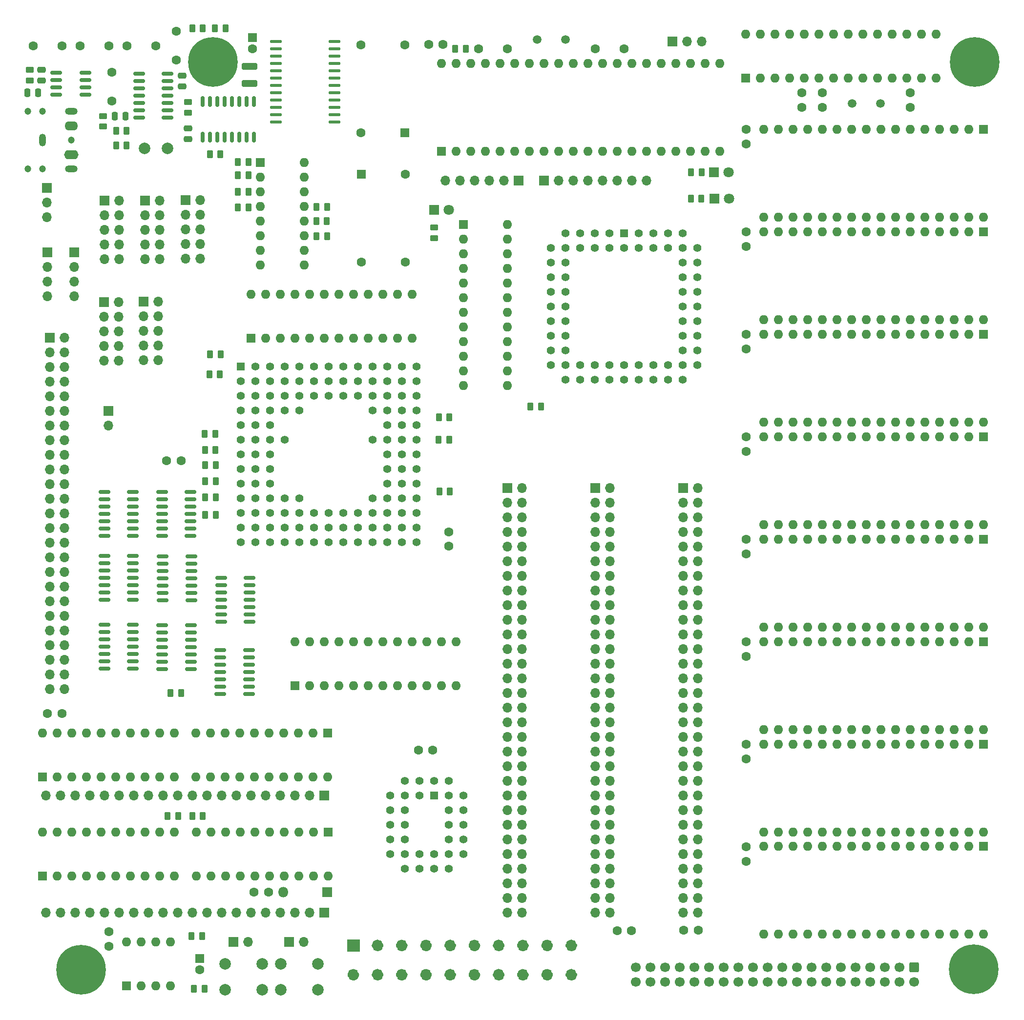
<source format=gts>
%TF.GenerationSoftware,KiCad,Pcbnew,7.0.10*%
%TF.CreationDate,2024-02-19T01:25:05+02:00*%
%TF.ProjectId,jox030,6a6f7830-3330-42e6-9b69-6361645f7063,rev?*%
%TF.SameCoordinates,Original*%
%TF.FileFunction,Soldermask,Top*%
%TF.FilePolarity,Negative*%
%FSLAX46Y46*%
G04 Gerber Fmt 4.6, Leading zero omitted, Abs format (unit mm)*
G04 Created by KiCad (PCBNEW 7.0.10) date 2024-02-19 01:25:05*
%MOMM*%
%LPD*%
G01*
G04 APERTURE LIST*
G04 Aperture macros list*
%AMRoundRect*
0 Rectangle with rounded corners*
0 $1 Rounding radius*
0 $2 $3 $4 $5 $6 $7 $8 $9 X,Y pos of 4 corners*
0 Add a 4 corners polygon primitive as box body*
4,1,4,$2,$3,$4,$5,$6,$7,$8,$9,$2,$3,0*
0 Add four circle primitives for the rounded corners*
1,1,$1+$1,$2,$3*
1,1,$1+$1,$4,$5*
1,1,$1+$1,$6,$7*
1,1,$1+$1,$8,$9*
0 Add four rect primitives between the rounded corners*
20,1,$1+$1,$2,$3,$4,$5,0*
20,1,$1+$1,$4,$5,$6,$7,0*
20,1,$1+$1,$6,$7,$8,$9,0*
20,1,$1+$1,$8,$9,$2,$3,0*%
G04 Aperture macros list end*
%ADD10C,1.026200*%
%ADD11C,0.010000*%
%ADD12R,1.700000X1.700000*%
%ADD13O,1.700000X1.700000*%
%ADD14RoundRect,0.250000X0.450000X-0.262500X0.450000X0.262500X-0.450000X0.262500X-0.450000X-0.262500X0*%
%ADD15R,1.800000X1.800000*%
%ADD16C,1.800000*%
%ADD17O,1.800000X1.800000*%
%ADD18C,1.600000*%
%ADD19R,1.422400X1.422400*%
%ADD20C,1.422400*%
%ADD21R,1.600000X1.600000*%
%ADD22O,1.600000X1.600000*%
%ADD23RoundRect,0.250000X0.262500X0.450000X-0.262500X0.450000X-0.262500X-0.450000X0.262500X-0.450000X0*%
%ADD24RoundRect,0.250000X0.475000X-0.250000X0.475000X0.250000X-0.475000X0.250000X-0.475000X-0.250000X0*%
%ADD25RoundRect,0.250000X-0.262500X-0.450000X0.262500X-0.450000X0.262500X0.450000X-0.262500X0.450000X0*%
%ADD26RoundRect,0.250000X0.250000X0.475000X-0.250000X0.475000X-0.250000X-0.475000X0.250000X-0.475000X0*%
%ADD27RoundRect,0.150000X0.825000X0.150000X-0.825000X0.150000X-0.825000X-0.150000X0.825000X-0.150000X0*%
%ADD28C,0.900000*%
%ADD29C,8.600000*%
%ADD30R,1.397000X1.397000*%
%ADD31C,1.397000*%
%ADD32RoundRect,0.250000X-1.100000X0.325000X-1.100000X-0.325000X1.100000X-0.325000X1.100000X0.325000X0*%
%ADD33C,1.500000*%
%ADD34RoundRect,0.150000X-0.825000X-0.150000X0.825000X-0.150000X0.825000X0.150000X-0.825000X0.150000X0*%
%ADD35C,1.200000*%
%ADD36O,2.200000X1.200000*%
%ADD37O,2.300000X1.600000*%
%ADD38O,1.200000X2.200000*%
%ADD39O,2.500000X1.600000*%
%ADD40RoundRect,0.162500X-0.825000X-0.162500X0.825000X-0.162500X0.825000X0.162500X-0.825000X0.162500X0*%
%ADD41RoundRect,0.250000X-0.450000X0.262500X-0.450000X-0.262500X0.450000X-0.262500X0.450000X0.262500X0*%
%ADD42C,2.000000*%
%ADD43RoundRect,0.250000X-0.475000X0.250000X-0.475000X-0.250000X0.475000X-0.250000X0.475000X0.250000X0*%
%ADD44RoundRect,0.137500X0.862500X0.137500X-0.862500X0.137500X-0.862500X-0.137500X0.862500X-0.137500X0*%
%ADD45RoundRect,0.162500X-0.162500X0.750000X-0.162500X-0.750000X0.162500X-0.750000X0.162500X0.750000X0*%
%ADD46RoundRect,0.250000X-0.600000X0.600000X-0.600000X-0.600000X0.600000X-0.600000X0.600000X0.600000X0*%
%ADD47C,1.700000*%
G04 APERTURE END LIST*
D10*
%TO.C,J10*%
X72858100Y-178435000D02*
G75*
G03*
X71831900Y-178435000I-513100J0D01*
G01*
X71831900Y-178435000D02*
G75*
G03*
X72858100Y-178435000I513100J0D01*
G01*
X77058100Y-173355000D02*
G75*
G03*
X76031900Y-173355000I-513100J0D01*
G01*
X76031900Y-173355000D02*
G75*
G03*
X77058100Y-173355000I513100J0D01*
G01*
X77058100Y-178435000D02*
G75*
G03*
X76031900Y-178435000I-513100J0D01*
G01*
X76031900Y-178435000D02*
G75*
G03*
X77058100Y-178435000I513100J0D01*
G01*
X81258100Y-173355000D02*
G75*
G03*
X80231900Y-173355000I-513100J0D01*
G01*
X80231900Y-173355000D02*
G75*
G03*
X81258100Y-173355000I513100J0D01*
G01*
X81258100Y-178435000D02*
G75*
G03*
X80231900Y-178435000I-513100J0D01*
G01*
X80231900Y-178435000D02*
G75*
G03*
X81258100Y-178435000I513100J0D01*
G01*
X85458100Y-173355000D02*
G75*
G03*
X84431900Y-173355000I-513100J0D01*
G01*
X84431900Y-173355000D02*
G75*
G03*
X85458100Y-173355000I513100J0D01*
G01*
X85458100Y-178435000D02*
G75*
G03*
X84431900Y-178435000I-513100J0D01*
G01*
X84431900Y-178435000D02*
G75*
G03*
X85458100Y-178435000I513100J0D01*
G01*
X89658100Y-173355000D02*
G75*
G03*
X88631900Y-173355000I-513100J0D01*
G01*
X88631900Y-173355000D02*
G75*
G03*
X89658100Y-173355000I513100J0D01*
G01*
X89658100Y-178435000D02*
G75*
G03*
X88631900Y-178435000I-513100J0D01*
G01*
X88631900Y-178435000D02*
G75*
G03*
X89658100Y-178435000I513100J0D01*
G01*
X93858100Y-173355000D02*
G75*
G03*
X92831900Y-173355000I-513100J0D01*
G01*
X92831900Y-173355000D02*
G75*
G03*
X93858100Y-173355000I513100J0D01*
G01*
X93858100Y-178435000D02*
G75*
G03*
X92831900Y-178435000I-513100J0D01*
G01*
X92831900Y-178435000D02*
G75*
G03*
X93858100Y-178435000I513100J0D01*
G01*
X98058100Y-173355000D02*
G75*
G03*
X97031900Y-173355000I-513100J0D01*
G01*
X97031900Y-173355000D02*
G75*
G03*
X98058100Y-173355000I513100J0D01*
G01*
X98058100Y-178435000D02*
G75*
G03*
X97031900Y-178435000I-513100J0D01*
G01*
X97031900Y-178435000D02*
G75*
G03*
X98058100Y-178435000I513100J0D01*
G01*
X102258100Y-173355000D02*
G75*
G03*
X101231900Y-173355000I-513100J0D01*
G01*
X101231900Y-173355000D02*
G75*
G03*
X102258100Y-173355000I513100J0D01*
G01*
X102258100Y-178435000D02*
G75*
G03*
X101231900Y-178435000I-513100J0D01*
G01*
X101231900Y-178435000D02*
G75*
G03*
X102258100Y-178435000I513100J0D01*
G01*
X106458100Y-173355000D02*
G75*
G03*
X105431900Y-173355000I-513100J0D01*
G01*
X105431900Y-173355000D02*
G75*
G03*
X106458100Y-173355000I513100J0D01*
G01*
X106458100Y-178435000D02*
G75*
G03*
X105431900Y-178435000I-513100J0D01*
G01*
X105431900Y-178435000D02*
G75*
G03*
X106458100Y-178435000I513100J0D01*
G01*
X110658100Y-173355000D02*
G75*
G03*
X109631900Y-173355000I-513100J0D01*
G01*
X109631900Y-173355000D02*
G75*
G03*
X110658100Y-173355000I513100J0D01*
G01*
X110658100Y-178435000D02*
G75*
G03*
X109631900Y-178435000I-513100J0D01*
G01*
X109631900Y-178435000D02*
G75*
G03*
X110658100Y-178435000I513100J0D01*
G01*
D11*
X73371200Y-174381200D02*
X71318800Y-174381200D01*
X71318800Y-172328800D01*
X73371200Y-172328800D01*
X73371200Y-174381200D01*
G36*
X73371200Y-174381200D02*
G01*
X71318800Y-174381200D01*
X71318800Y-172328800D01*
X73371200Y-172328800D01*
X73371200Y-174381200D01*
G37*
%TD*%
D12*
%TO.C,J22*%
X29845000Y-80645000D03*
D13*
X29845000Y-83185000D03*
%TD*%
D14*
%TO.C,R36*%
X86360000Y-50618400D03*
X86360000Y-48793400D03*
%TD*%
D15*
%TO.C,D4*%
X86360000Y-45720000D03*
D16*
X88900000Y-45720000D03*
%TD*%
D15*
%TO.C,D3*%
X67818000Y-164084000D03*
D17*
X60198000Y-164084000D03*
%TD*%
D18*
%TO.C,C32*%
X140462000Y-138470000D03*
X140462000Y-140970000D03*
%TD*%
D19*
%TO.C,U14*%
X86360000Y-147320000D03*
D20*
X83820000Y-144780000D03*
X83820000Y-147320000D03*
X81280000Y-144780000D03*
X78740000Y-147320000D03*
X81280000Y-147320000D03*
X78740000Y-149860000D03*
X81280000Y-149860000D03*
X78740000Y-152400000D03*
X81280000Y-152400000D03*
X78740000Y-154940000D03*
X81280000Y-154940000D03*
X78740000Y-157480000D03*
X81280000Y-160020000D03*
X81280000Y-157480000D03*
X83820000Y-160020000D03*
X83820000Y-157480000D03*
X86360000Y-160020000D03*
X86360000Y-157480000D03*
X88900000Y-160020000D03*
X91440000Y-157480000D03*
X88900000Y-157480000D03*
X91440000Y-154940000D03*
X88900000Y-154940000D03*
X91440000Y-152400000D03*
X88900000Y-152400000D03*
X91440000Y-149860000D03*
X88900000Y-149860000D03*
X91440000Y-147320000D03*
X88900000Y-144780000D03*
X88900000Y-147320000D03*
X86360000Y-144780000D03*
%TD*%
D12*
%TO.C,J21*%
X67305000Y-167640000D03*
D13*
X64765000Y-167640000D03*
X62225000Y-167640000D03*
X59685000Y-167640000D03*
X57145000Y-167640000D03*
X54605000Y-167640000D03*
X52065000Y-167640000D03*
X49525000Y-167640000D03*
X46985000Y-167640000D03*
X44445000Y-167640000D03*
X41905000Y-167640000D03*
X39365000Y-167640000D03*
X36825000Y-167640000D03*
X34285000Y-167640000D03*
X31745000Y-167640000D03*
X29205000Y-167640000D03*
X26665000Y-167640000D03*
X24125000Y-167640000D03*
X21585000Y-167640000D03*
X19045000Y-167640000D03*
%TD*%
D21*
%TO.C,U5*%
X56190000Y-37550000D03*
D22*
X56190000Y-40090000D03*
X56190000Y-42630000D03*
X56190000Y-45170000D03*
X56190000Y-47710000D03*
X56190000Y-50250000D03*
X56190000Y-52790000D03*
X56190000Y-55330000D03*
X63810000Y-55330000D03*
X63810000Y-52790000D03*
X63810000Y-50250000D03*
X63810000Y-47710000D03*
X63810000Y-45170000D03*
X63810000Y-42630000D03*
X63810000Y-40090000D03*
X63810000Y-37550000D03*
%TD*%
D18*
%TO.C,C17*%
X24932000Y-17272000D03*
X29932000Y-17272000D03*
%TD*%
%TO.C,C33*%
X140462000Y-102910000D03*
X140462000Y-105410000D03*
%TD*%
D12*
%TO.C,J14*%
X51557000Y-172720000D03*
D13*
X54097000Y-172720000D03*
%TD*%
D21*
%TO.C,U33*%
X18420000Y-161280000D03*
D22*
X20960000Y-161280000D03*
X23500000Y-161280000D03*
X26040000Y-161280000D03*
X28580000Y-161280000D03*
X31120000Y-161280000D03*
X33660000Y-161280000D03*
X36200000Y-161280000D03*
X38740000Y-161280000D03*
X41280000Y-161280000D03*
X41280000Y-153660000D03*
X38740000Y-153660000D03*
X36200000Y-153660000D03*
X33660000Y-153660000D03*
X31120000Y-153660000D03*
X28580000Y-153660000D03*
X26040000Y-153660000D03*
X23500000Y-153660000D03*
X20960000Y-153660000D03*
X18420000Y-153660000D03*
%TD*%
D23*
%TO.C,R2*%
X88995000Y-81750000D03*
X87170000Y-81750000D03*
%TD*%
D14*
%TO.C,R27*%
X28956000Y-31289000D03*
X28956000Y-29464000D03*
%TD*%
D24*
%TO.C,C10*%
X43688000Y-33462000D03*
X43688000Y-31562000D03*
%TD*%
D18*
%TO.C,C31*%
X132140000Y-170730000D03*
X129640000Y-170730000D03*
%TD*%
D25*
%TO.C,R30*%
X44403000Y-14224000D03*
X46228000Y-14224000D03*
%TD*%
D18*
%TO.C,C34*%
X140462000Y-120670000D03*
X140462000Y-123170000D03*
%TD*%
D23*
%TO.C,R35*%
X42465000Y-129540000D03*
X40640000Y-129540000D03*
%TD*%
D18*
%TO.C,C30*%
X140462000Y-31770000D03*
X140462000Y-34270000D03*
%TD*%
D26*
%TO.C,C11*%
X32888000Y-29464000D03*
X30988000Y-29464000D03*
%TD*%
D23*
%TO.C,R21*%
X48412500Y-84560000D03*
X46587500Y-84560000D03*
%TD*%
%TO.C,R20*%
X46228000Y-150876000D03*
X44403000Y-150876000D03*
%TD*%
D27*
%TO.C,U27*%
X40132000Y-29718000D03*
X40132000Y-28448000D03*
X40132000Y-27178000D03*
X40132000Y-25908000D03*
X40132000Y-24638000D03*
X40132000Y-23368000D03*
X40132000Y-22098000D03*
X35182000Y-22098000D03*
X35182000Y-23368000D03*
X35182000Y-24638000D03*
X35182000Y-25908000D03*
X35182000Y-27178000D03*
X35182000Y-28448000D03*
X35182000Y-29718000D03*
%TD*%
D25*
%TO.C,R11*%
X46687500Y-98610000D03*
X48512500Y-98610000D03*
%TD*%
D28*
%TO.C,H2*%
X44769600Y-20069600D03*
X45714181Y-17789181D03*
X45714181Y-22350019D03*
X47994600Y-16844600D03*
D29*
X47994600Y-20069600D03*
D28*
X47994600Y-23294600D03*
X50275019Y-17789181D03*
X50275019Y-22350019D03*
X51219600Y-20069600D03*
%TD*%
D25*
%TO.C,R25*%
X44704000Y-180848000D03*
X46529000Y-180848000D03*
%TD*%
D18*
%TO.C,C35*%
X120590000Y-170750000D03*
X118090000Y-170750000D03*
%TD*%
D25*
%TO.C,R22*%
X40132000Y-150876000D03*
X41957000Y-150876000D03*
%TD*%
D12*
%TO.C,J15*%
X61209000Y-172720000D03*
D13*
X63749000Y-172720000D03*
%TD*%
D28*
%TO.C,H1*%
X176869600Y-20044600D03*
X177814181Y-17764181D03*
X177814181Y-22325019D03*
X180094600Y-16819600D03*
D29*
X180094600Y-20044600D03*
D28*
X180094600Y-23269600D03*
X182375019Y-17764181D03*
X182375019Y-22325019D03*
X183319600Y-20044600D03*
%TD*%
D14*
%TO.C,R23*%
X43688000Y-28852500D03*
X43688000Y-27027500D03*
%TD*%
D21*
%TO.C,U9*%
X181610000Y-85090000D03*
D22*
X179070000Y-85090000D03*
X176530000Y-85090000D03*
X173990000Y-85090000D03*
X171450000Y-85090000D03*
X168910000Y-85090000D03*
X166370000Y-85090000D03*
X163830000Y-85090000D03*
X161290000Y-85090000D03*
X158750000Y-85090000D03*
X156210000Y-85090000D03*
X153670000Y-85090000D03*
X151130000Y-85090000D03*
X148590000Y-85090000D03*
X146050000Y-85090000D03*
X143510000Y-85090000D03*
X143510000Y-100330000D03*
X146050000Y-100330000D03*
X148590000Y-100330000D03*
X151130000Y-100330000D03*
X153670000Y-100330000D03*
X156210000Y-100330000D03*
X158750000Y-100330000D03*
X161290000Y-100330000D03*
X163830000Y-100330000D03*
X166370000Y-100330000D03*
X168910000Y-100330000D03*
X171450000Y-100330000D03*
X173990000Y-100330000D03*
X176530000Y-100330000D03*
X179070000Y-100330000D03*
X181610000Y-100330000D03*
%TD*%
D30*
%TO.C,U1*%
X52810000Y-72910000D03*
D31*
X55350000Y-72910000D03*
X57890000Y-72910000D03*
X60430000Y-72910000D03*
X62970000Y-72910000D03*
X65510000Y-72910000D03*
X68050000Y-72910000D03*
X70590000Y-72910000D03*
X73130000Y-72910000D03*
X75670000Y-72910000D03*
X78210000Y-72910000D03*
X80750000Y-72910000D03*
X83290000Y-72910000D03*
X52810000Y-75450000D03*
X55350000Y-75450000D03*
X57890000Y-75450000D03*
X60430000Y-75450000D03*
X62970000Y-75450000D03*
X65510000Y-75450000D03*
X68050000Y-75450000D03*
X70590000Y-75450000D03*
X73130000Y-75450000D03*
X75670000Y-75450000D03*
X78210000Y-75450000D03*
X80750000Y-75450000D03*
X83290000Y-75450000D03*
X52810000Y-77990000D03*
X55350000Y-77990000D03*
X57890000Y-77990000D03*
X60430000Y-77990000D03*
X62970000Y-77990000D03*
X65510000Y-77990000D03*
X68050000Y-77990000D03*
X70590000Y-77990000D03*
X73130000Y-77990000D03*
X75670000Y-77990000D03*
X78210000Y-77990000D03*
X80750000Y-77990000D03*
X83290000Y-77990000D03*
X52810000Y-80530000D03*
X55350000Y-80530000D03*
X57890000Y-80530000D03*
X60430000Y-80530000D03*
X62970000Y-80530000D03*
X75670000Y-80530000D03*
X78210000Y-80530000D03*
X80750000Y-80530000D03*
X83290000Y-80530000D03*
X52810000Y-83070000D03*
X55350000Y-83070000D03*
X57890000Y-83070000D03*
X78210000Y-83070000D03*
X80750000Y-83070000D03*
X83290000Y-83070000D03*
X52810000Y-85610000D03*
X55350000Y-85610000D03*
X57890000Y-85610000D03*
X60430000Y-85610000D03*
X75670000Y-85610000D03*
X78210000Y-85610000D03*
X80750000Y-85610000D03*
X83290000Y-85610000D03*
X52810000Y-88150000D03*
X55350000Y-88150000D03*
X57890000Y-88150000D03*
X78210000Y-88150000D03*
X80750000Y-88150000D03*
X83290000Y-88150000D03*
X52810000Y-90690000D03*
X55350000Y-90690000D03*
X57890000Y-90690000D03*
X78210000Y-90690000D03*
X80750000Y-90690000D03*
X83290000Y-90690000D03*
X52810000Y-93230000D03*
X55350000Y-93230000D03*
X57890000Y-93230000D03*
X78210000Y-93230000D03*
X80750000Y-93230000D03*
X83290000Y-93230000D03*
X52810000Y-95770000D03*
X55350000Y-95770000D03*
X57890000Y-95770000D03*
X60430000Y-95770000D03*
X62970000Y-95770000D03*
X75670000Y-95770000D03*
X78210000Y-95770000D03*
X80750000Y-95770000D03*
X83290000Y-95770000D03*
X52810000Y-98310000D03*
X55350000Y-98310000D03*
X57890000Y-98310000D03*
X60430000Y-98310000D03*
X62970000Y-98310000D03*
X65510000Y-98310000D03*
X68050000Y-98310000D03*
X70590000Y-98310000D03*
X73130000Y-98310000D03*
X75670000Y-98310000D03*
X78210000Y-98310000D03*
X80750000Y-98310000D03*
X83290000Y-98310000D03*
X52810000Y-100850000D03*
X55350000Y-100850000D03*
X57890000Y-100850000D03*
X60430000Y-100850000D03*
X62970000Y-100850000D03*
X65510000Y-100850000D03*
X68050000Y-100850000D03*
X70590000Y-100850000D03*
X73130000Y-100850000D03*
X75670000Y-100850000D03*
X78210000Y-100850000D03*
X80750000Y-100850000D03*
X83290000Y-100850000D03*
X52810000Y-103390000D03*
X55350000Y-103390000D03*
X57890000Y-103390000D03*
X60430000Y-103390000D03*
X62970000Y-103390000D03*
X65510000Y-103390000D03*
X68050000Y-103390000D03*
X70590000Y-103390000D03*
X73130000Y-103390000D03*
X75670000Y-103390000D03*
X78210000Y-103390000D03*
X80750000Y-103390000D03*
X83290000Y-103390000D03*
%TD*%
D21*
%TO.C,X2*%
X81280000Y-32385000D03*
D18*
X81280000Y-17145000D03*
X73660000Y-17145000D03*
X73660000Y-32385000D03*
%TD*%
D12*
%TO.C,J17*%
X35975000Y-61650000D03*
D13*
X38515000Y-61650000D03*
X35975000Y-64190000D03*
X38515000Y-64190000D03*
X35975000Y-66730000D03*
X38515000Y-66730000D03*
X35975000Y-69270000D03*
X38515000Y-69270000D03*
X35975000Y-71810000D03*
X38515000Y-71810000D03*
%TD*%
D21*
%TO.C,U34*%
X18420000Y-144135000D03*
D22*
X20960000Y-144135000D03*
X23500000Y-144135000D03*
X26040000Y-144135000D03*
X28580000Y-144135000D03*
X31120000Y-144135000D03*
X33660000Y-144135000D03*
X36200000Y-144135000D03*
X38740000Y-144135000D03*
X41280000Y-144135000D03*
X41280000Y-136515000D03*
X38740000Y-136515000D03*
X36200000Y-136515000D03*
X33660000Y-136515000D03*
X31120000Y-136515000D03*
X28580000Y-136515000D03*
X26040000Y-136515000D03*
X23500000Y-136515000D03*
X20960000Y-136515000D03*
X18420000Y-136515000D03*
%TD*%
D12*
%TO.C,J1*%
X105410000Y-40640000D03*
D13*
X107950000Y-40640000D03*
X110490000Y-40640000D03*
X113030000Y-40640000D03*
X115570000Y-40640000D03*
X118110000Y-40640000D03*
X120650000Y-40640000D03*
X123190000Y-40640000D03*
%TD*%
D18*
%TO.C,C16*%
X21804000Y-17272000D03*
X16804000Y-17272000D03*
%TD*%
D25*
%TO.C,R7*%
X52317500Y-37440000D03*
X54142500Y-37440000D03*
%TD*%
D18*
%TO.C,C28*%
X150114000Y-27920000D03*
X150114000Y-25420000D03*
%TD*%
D12*
%TO.C,J18*%
X29100000Y-61750000D03*
D13*
X31640000Y-61750000D03*
X29100000Y-64290000D03*
X31640000Y-64290000D03*
X29100000Y-66830000D03*
X31640000Y-66830000D03*
X29100000Y-69370000D03*
X31640000Y-69370000D03*
X29100000Y-71910000D03*
X31640000Y-71910000D03*
%TD*%
D12*
%TO.C,J20*%
X43270000Y-44050000D03*
D13*
X45810000Y-44050000D03*
X43270000Y-46590000D03*
X45810000Y-46590000D03*
X43270000Y-49130000D03*
X45810000Y-49130000D03*
X43270000Y-51670000D03*
X45810000Y-51670000D03*
X43270000Y-54210000D03*
X45810000Y-54210000D03*
%TD*%
D28*
%TO.C,H4*%
X21900000Y-177550000D03*
X22844581Y-175269581D03*
X22844581Y-179830419D03*
X25125000Y-174325000D03*
D29*
X25125000Y-177550000D03*
D28*
X25125000Y-180775000D03*
X27405419Y-175269581D03*
X27405419Y-179830419D03*
X28350000Y-177550000D03*
%TD*%
D21*
%TO.C,U16*%
X87630000Y-35560000D03*
D22*
X90170000Y-35560000D03*
X92710000Y-35560000D03*
X95250000Y-35560000D03*
X97790000Y-35560000D03*
X100330000Y-35560000D03*
X102870000Y-35560000D03*
X105410000Y-35560000D03*
X107950000Y-35560000D03*
X110490000Y-35560000D03*
X113030000Y-35560000D03*
X115570000Y-35560000D03*
X118110000Y-35560000D03*
X120650000Y-35560000D03*
X123190000Y-35560000D03*
X125730000Y-35560000D03*
X128270000Y-35560000D03*
X130810000Y-35560000D03*
X133350000Y-35560000D03*
X135890000Y-35560000D03*
X135890000Y-20320000D03*
X133350000Y-20320000D03*
X130810000Y-20320000D03*
X128270000Y-20320000D03*
X125730000Y-20320000D03*
X123190000Y-20320000D03*
X120650000Y-20320000D03*
X118110000Y-20320000D03*
X115570000Y-20320000D03*
X113030000Y-20320000D03*
X110490000Y-20320000D03*
X107950000Y-20320000D03*
X105410000Y-20320000D03*
X102870000Y-20320000D03*
X100330000Y-20320000D03*
X97790000Y-20320000D03*
X95250000Y-20320000D03*
X92710000Y-20320000D03*
X90170000Y-20320000D03*
X87630000Y-20320000D03*
%TD*%
D21*
%TO.C,U32*%
X67945000Y-153670000D03*
D22*
X65405000Y-153670000D03*
X62865000Y-153670000D03*
X60325000Y-153670000D03*
X57785000Y-153670000D03*
X55245000Y-153670000D03*
X52705000Y-153670000D03*
X50165000Y-153670000D03*
X47625000Y-153670000D03*
X45085000Y-153670000D03*
X45085000Y-161290000D03*
X47625000Y-161290000D03*
X50165000Y-161290000D03*
X52705000Y-161290000D03*
X55245000Y-161290000D03*
X57785000Y-161290000D03*
X60325000Y-161290000D03*
X62865000Y-161290000D03*
X65405000Y-161290000D03*
X67945000Y-161290000D03*
%TD*%
D25*
%TO.C,R18*%
X90019500Y-17780000D03*
X91844500Y-17780000D03*
%TD*%
%TO.C,R15*%
X47527500Y-70830000D03*
X49352500Y-70830000D03*
%TD*%
%TO.C,R9*%
X52337500Y-42570000D03*
X54162500Y-42570000D03*
%TD*%
D32*
%TO.C,C8*%
X54356000Y-20877000D03*
X54356000Y-23827000D03*
%TD*%
D25*
%TO.C,R34*%
X103047500Y-79850000D03*
X104872500Y-79850000D03*
%TD*%
D21*
%TO.C,U2*%
X33020000Y-180340000D03*
D22*
X35560000Y-180340000D03*
X38100000Y-180340000D03*
X40640000Y-180340000D03*
X40640000Y-172720000D03*
X38100000Y-172720000D03*
X35560000Y-172720000D03*
X33020000Y-172720000D03*
%TD*%
D12*
%TO.C,J6*%
X99060000Y-93980000D03*
D13*
X101600000Y-93980000D03*
X99060000Y-96520000D03*
X101600000Y-96520000D03*
X99060000Y-99060000D03*
X101600000Y-99060000D03*
X99060000Y-101600000D03*
X101600000Y-101600000D03*
X99060000Y-104140000D03*
X101600000Y-104140000D03*
X99060000Y-106680000D03*
X101600000Y-106680000D03*
X99060000Y-109220000D03*
X101600000Y-109220000D03*
X99060000Y-111760000D03*
X101600000Y-111760000D03*
X99060000Y-114300000D03*
X101600000Y-114300000D03*
X99060000Y-116840000D03*
X101600000Y-116840000D03*
X99060000Y-119380000D03*
X101600000Y-119380000D03*
X99060000Y-121920000D03*
X101600000Y-121920000D03*
X99060000Y-124460000D03*
X101600000Y-124460000D03*
X99060000Y-127000000D03*
X101600000Y-127000000D03*
X99060000Y-129540000D03*
X101600000Y-129540000D03*
X99060000Y-132080000D03*
X101600000Y-132080000D03*
X99060000Y-134620000D03*
X101600000Y-134620000D03*
X99060000Y-137160000D03*
X101600000Y-137160000D03*
X99060000Y-139700000D03*
X101600000Y-139700000D03*
X99060000Y-142240000D03*
X101600000Y-142240000D03*
X99060000Y-144780000D03*
X101600000Y-144780000D03*
X99060000Y-147320000D03*
X101600000Y-147320000D03*
X99060000Y-149860000D03*
X101600000Y-149860000D03*
X99060000Y-152400000D03*
X101600000Y-152400000D03*
X99060000Y-154940000D03*
X101600000Y-154940000D03*
X99060000Y-157480000D03*
X101600000Y-157480000D03*
X99060000Y-160020000D03*
X101600000Y-160020000D03*
X99060000Y-162560000D03*
X101600000Y-162560000D03*
X99060000Y-165100000D03*
X101600000Y-165100000D03*
X99060000Y-167640000D03*
X101600000Y-167640000D03*
%TD*%
D25*
%TO.C,R8*%
X52335000Y-39730000D03*
X54160000Y-39730000D03*
%TD*%
D18*
%TO.C,C6*%
X41656000Y-14772000D03*
X41656000Y-19772000D03*
%TD*%
D21*
%TO.C,X1*%
X73700000Y-39540000D03*
D18*
X73700000Y-54780000D03*
X81320000Y-54780000D03*
X81320000Y-39540000D03*
%TD*%
D25*
%TO.C,R17*%
X46617500Y-87350000D03*
X48442500Y-87350000D03*
%TD*%
D21*
%TO.C,U18*%
X62225000Y-128260000D03*
D22*
X64765000Y-128260000D03*
X67305000Y-128260000D03*
X69845000Y-128260000D03*
X72385000Y-128260000D03*
X74925000Y-128260000D03*
X77465000Y-128260000D03*
X80005000Y-128260000D03*
X82545000Y-128260000D03*
X85085000Y-128260000D03*
X87625000Y-128260000D03*
X90165000Y-128260000D03*
X90165000Y-120640000D03*
X87625000Y-120640000D03*
X85085000Y-120640000D03*
X82545000Y-120640000D03*
X80005000Y-120640000D03*
X77465000Y-120640000D03*
X74925000Y-120640000D03*
X72385000Y-120640000D03*
X69845000Y-120640000D03*
X67305000Y-120640000D03*
X64765000Y-120640000D03*
X62225000Y-120640000D03*
%TD*%
D25*
%TO.C,R33*%
X130857500Y-43820000D03*
X132682500Y-43820000D03*
%TD*%
D12*
%TO.C,J12*%
X19304000Y-53060600D03*
D13*
X19304000Y-55600600D03*
X19304000Y-58140600D03*
X19304000Y-60680600D03*
%TD*%
D21*
%TO.C,U35*%
X54630000Y-68000000D03*
D22*
X57170000Y-68000000D03*
X59710000Y-68000000D03*
X62250000Y-68000000D03*
X64790000Y-68000000D03*
X67330000Y-68000000D03*
X69870000Y-68000000D03*
X72410000Y-68000000D03*
X74950000Y-68000000D03*
X77490000Y-68000000D03*
X80030000Y-68000000D03*
X82570000Y-68000000D03*
X82570000Y-60380000D03*
X80030000Y-60380000D03*
X77490000Y-60380000D03*
X74950000Y-60380000D03*
X72410000Y-60380000D03*
X69870000Y-60380000D03*
X67330000Y-60380000D03*
X64790000Y-60380000D03*
X62250000Y-60380000D03*
X59710000Y-60380000D03*
X57170000Y-60380000D03*
X54630000Y-60380000D03*
%TD*%
D33*
%TO.C,Y1*%
X104210000Y-16170000D03*
X109110000Y-16170000D03*
%TD*%
D25*
%TO.C,R10*%
X52317500Y-45340000D03*
X54142500Y-45340000D03*
%TD*%
D21*
%TO.C,U20*%
X67940000Y-136535000D03*
D22*
X65400000Y-136535000D03*
X62860000Y-136535000D03*
X60320000Y-136535000D03*
X57780000Y-136535000D03*
X55240000Y-136535000D03*
X52700000Y-136535000D03*
X50160000Y-136535000D03*
X47620000Y-136535000D03*
X45080000Y-136535000D03*
X45080000Y-144155000D03*
X47620000Y-144155000D03*
X50160000Y-144155000D03*
X52700000Y-144155000D03*
X55240000Y-144155000D03*
X57780000Y-144155000D03*
X60320000Y-144155000D03*
X62860000Y-144155000D03*
X65400000Y-144155000D03*
X67940000Y-144155000D03*
%TD*%
D18*
%TO.C,C13*%
X38060000Y-17272000D03*
X33060000Y-17272000D03*
%TD*%
D12*
%TO.C,J16*%
X29210000Y-44150000D03*
D13*
X31750000Y-44150000D03*
X29210000Y-46690000D03*
X31750000Y-46690000D03*
X29210000Y-49230000D03*
X31750000Y-49230000D03*
X29210000Y-51770000D03*
X31750000Y-51770000D03*
X29210000Y-54310000D03*
X31750000Y-54310000D03*
%TD*%
D34*
%TO.C,U15*%
X29190000Y-94630000D03*
X29190000Y-95900000D03*
X29190000Y-97170000D03*
X29190000Y-98440000D03*
X29190000Y-99710000D03*
X29190000Y-100980000D03*
X29190000Y-102250000D03*
X34140000Y-102250000D03*
X34140000Y-100980000D03*
X34140000Y-99710000D03*
X34140000Y-98440000D03*
X34140000Y-97170000D03*
X34140000Y-95900000D03*
X34140000Y-94630000D03*
%TD*%
D18*
%TO.C,C3*%
X99060000Y-17780000D03*
X94060000Y-17780000D03*
%TD*%
D35*
%TO.C,J11*%
X18450000Y-28660000D03*
X15950000Y-28660000D03*
X23450000Y-33660000D03*
X18450000Y-38660000D03*
X15950000Y-38660000D03*
D36*
X23450000Y-28660000D03*
D37*
X23450000Y-31160000D03*
D38*
X18450000Y-33660000D03*
D36*
X23450000Y-38660000D03*
D39*
X23450000Y-36160000D03*
%TD*%
D24*
%TO.C,C14*%
X18288000Y-23302000D03*
X18288000Y-21402000D03*
%TD*%
D28*
%TO.C,H3*%
X176710000Y-177460000D03*
X177654581Y-175179581D03*
X177654581Y-179740419D03*
X179935000Y-174235000D03*
D29*
X179935000Y-177460000D03*
D28*
X179935000Y-180685000D03*
X182215419Y-175179581D03*
X182215419Y-179740419D03*
X183160000Y-177460000D03*
%TD*%
D34*
%TO.C,U30*%
X49405000Y-109580000D03*
X49405000Y-110850000D03*
X49405000Y-112120000D03*
X49405000Y-113390000D03*
X49405000Y-114660000D03*
X49405000Y-115930000D03*
X49405000Y-117200000D03*
X54355000Y-117200000D03*
X54355000Y-115930000D03*
X54355000Y-114660000D03*
X54355000Y-113390000D03*
X54355000Y-112120000D03*
X54355000Y-110850000D03*
X54355000Y-109580000D03*
%TD*%
D21*
%TO.C,U7*%
X181610000Y-49530000D03*
D22*
X179070000Y-49530000D03*
X176530000Y-49530000D03*
X173990000Y-49530000D03*
X171450000Y-49530000D03*
X168910000Y-49530000D03*
X166370000Y-49530000D03*
X163830000Y-49530000D03*
X161290000Y-49530000D03*
X158750000Y-49530000D03*
X156210000Y-49530000D03*
X153670000Y-49530000D03*
X151130000Y-49530000D03*
X148590000Y-49530000D03*
X146050000Y-49530000D03*
X143510000Y-49530000D03*
X143510000Y-64770000D03*
X146050000Y-64770000D03*
X148590000Y-64770000D03*
X151130000Y-64770000D03*
X153670000Y-64770000D03*
X156210000Y-64770000D03*
X158750000Y-64770000D03*
X161290000Y-64770000D03*
X163830000Y-64770000D03*
X166370000Y-64770000D03*
X168910000Y-64770000D03*
X171450000Y-64770000D03*
X173990000Y-64770000D03*
X176530000Y-64770000D03*
X179070000Y-64770000D03*
X181610000Y-64770000D03*
%TD*%
D33*
%TO.C,Y2*%
X163740000Y-27305000D03*
X158840000Y-27305000D03*
%TD*%
D40*
%TO.C,U28*%
X20830500Y-21971000D03*
X20830500Y-23241000D03*
X20830500Y-24511000D03*
X20830500Y-25781000D03*
X25905500Y-25781000D03*
X25905500Y-24511000D03*
X25905500Y-23241000D03*
X25905500Y-21971000D03*
%TD*%
D25*
%TO.C,R28*%
X48363500Y-14224000D03*
X50188500Y-14224000D03*
%TD*%
D21*
%TO.C,U12*%
X181610000Y-138430000D03*
D22*
X179070000Y-138430000D03*
X176530000Y-138430000D03*
X173990000Y-138430000D03*
X171450000Y-138430000D03*
X168910000Y-138430000D03*
X166370000Y-138430000D03*
X163830000Y-138430000D03*
X161290000Y-138430000D03*
X158750000Y-138430000D03*
X156210000Y-138430000D03*
X153670000Y-138430000D03*
X151130000Y-138430000D03*
X148590000Y-138430000D03*
X146050000Y-138430000D03*
X143510000Y-138430000D03*
X143510000Y-153670000D03*
X146050000Y-153670000D03*
X148590000Y-153670000D03*
X151130000Y-153670000D03*
X153670000Y-153670000D03*
X156210000Y-153670000D03*
X158750000Y-153670000D03*
X161290000Y-153670000D03*
X163830000Y-153670000D03*
X166370000Y-153670000D03*
X168910000Y-153670000D03*
X171450000Y-153670000D03*
X173990000Y-153670000D03*
X176530000Y-153670000D03*
X179070000Y-153670000D03*
X181610000Y-153670000D03*
%TD*%
D41*
%TO.C,R29*%
X16256000Y-21439500D03*
X16256000Y-23264500D03*
%TD*%
D18*
%TO.C,C2*%
X114300000Y-17780000D03*
X119300000Y-17780000D03*
%TD*%
D34*
%TO.C,U17*%
X39200000Y-117790000D03*
X39200000Y-119060000D03*
X39200000Y-120330000D03*
X39200000Y-121600000D03*
X39200000Y-122870000D03*
X39200000Y-124140000D03*
X39200000Y-125410000D03*
X44150000Y-125410000D03*
X44150000Y-124140000D03*
X44150000Y-122870000D03*
X44150000Y-121600000D03*
X44150000Y-120330000D03*
X44150000Y-119060000D03*
X44150000Y-117790000D03*
%TD*%
D42*
%TO.C,RESET1*%
X59742000Y-176566000D03*
X66242000Y-176566000D03*
X59742000Y-181066000D03*
X66242000Y-181066000D03*
%TD*%
D21*
%TO.C,C1*%
X45720000Y-175574900D03*
D18*
X45720000Y-177574900D03*
%TD*%
D12*
%TO.C,J7*%
X114300000Y-93980000D03*
D13*
X116840000Y-93980000D03*
X114300000Y-96520000D03*
X116840000Y-96520000D03*
X114300000Y-99060000D03*
X116840000Y-99060000D03*
X114300000Y-101600000D03*
X116840000Y-101600000D03*
X114300000Y-104140000D03*
X116840000Y-104140000D03*
X114300000Y-106680000D03*
X116840000Y-106680000D03*
X114300000Y-109220000D03*
X116840000Y-109220000D03*
X114300000Y-111760000D03*
X116840000Y-111760000D03*
X114300000Y-114300000D03*
X116840000Y-114300000D03*
X114300000Y-116840000D03*
X116840000Y-116840000D03*
X114300000Y-119380000D03*
X116840000Y-119380000D03*
X114300000Y-121920000D03*
X116840000Y-121920000D03*
X114300000Y-124460000D03*
X116840000Y-124460000D03*
X114300000Y-127000000D03*
X116840000Y-127000000D03*
X114300000Y-129540000D03*
X116840000Y-129540000D03*
X114300000Y-132080000D03*
X116840000Y-132080000D03*
X114300000Y-134620000D03*
X116840000Y-134620000D03*
X114300000Y-137160000D03*
X116840000Y-137160000D03*
X114300000Y-139700000D03*
X116840000Y-139700000D03*
X114300000Y-142240000D03*
X116840000Y-142240000D03*
X114300000Y-144780000D03*
X116840000Y-144780000D03*
X114300000Y-147320000D03*
X116840000Y-147320000D03*
X114300000Y-149860000D03*
X116840000Y-149860000D03*
X114300000Y-152400000D03*
X116840000Y-152400000D03*
X114300000Y-154940000D03*
X116840000Y-154940000D03*
X114300000Y-157480000D03*
X116840000Y-157480000D03*
X114300000Y-160020000D03*
X116840000Y-160020000D03*
X114300000Y-162560000D03*
X116840000Y-162560000D03*
X114300000Y-165100000D03*
X116840000Y-165100000D03*
X114300000Y-167640000D03*
X116840000Y-167640000D03*
%TD*%
D25*
%TO.C,R26*%
X47451000Y-36068000D03*
X49276000Y-36068000D03*
%TD*%
D42*
%TO.C,COLDRST1*%
X50090000Y-176566000D03*
X56590000Y-176566000D03*
X50090000Y-181066000D03*
X56590000Y-181066000D03*
%TD*%
D34*
%TO.C,U26*%
X39300000Y-105870000D03*
X39300000Y-107140000D03*
X39300000Y-108410000D03*
X39300000Y-109680000D03*
X39300000Y-110950000D03*
X39300000Y-112220000D03*
X39300000Y-113490000D03*
X44250000Y-113490000D03*
X44250000Y-112220000D03*
X44250000Y-110950000D03*
X44250000Y-109680000D03*
X44250000Y-108410000D03*
X44250000Y-107140000D03*
X44250000Y-105870000D03*
%TD*%
D18*
%TO.C,C20*%
X140462000Y-49570000D03*
X140462000Y-52070000D03*
%TD*%
D12*
%TO.C,J13*%
X23954000Y-53060600D03*
D13*
X23954000Y-55600600D03*
X23954000Y-58140600D03*
X23954000Y-60680600D03*
%TD*%
D12*
%TO.C,J8*%
X129540000Y-93980000D03*
D13*
X132080000Y-93980000D03*
X129540000Y-96520000D03*
X132080000Y-96520000D03*
X129540000Y-99060000D03*
X132080000Y-99060000D03*
X129540000Y-101600000D03*
X132080000Y-101600000D03*
X129540000Y-104140000D03*
X132080000Y-104140000D03*
X129540000Y-106680000D03*
X132080000Y-106680000D03*
X129540000Y-109220000D03*
X132080000Y-109220000D03*
X129540000Y-111760000D03*
X132080000Y-111760000D03*
X129540000Y-114300000D03*
X132080000Y-114300000D03*
X129540000Y-116840000D03*
X132080000Y-116840000D03*
X129540000Y-119380000D03*
X132080000Y-119380000D03*
X129540000Y-121920000D03*
X132080000Y-121920000D03*
X129540000Y-124460000D03*
X132080000Y-124460000D03*
X129540000Y-127000000D03*
X132080000Y-127000000D03*
X129540000Y-129540000D03*
X132080000Y-129540000D03*
X129540000Y-132080000D03*
X132080000Y-132080000D03*
X129540000Y-134620000D03*
X132080000Y-134620000D03*
X129540000Y-137160000D03*
X132080000Y-137160000D03*
X129540000Y-139700000D03*
X132080000Y-139700000D03*
X129540000Y-142240000D03*
X132080000Y-142240000D03*
X129540000Y-144780000D03*
X132080000Y-144780000D03*
X129540000Y-147320000D03*
X132080000Y-147320000D03*
X129540000Y-149860000D03*
X132080000Y-149860000D03*
X129540000Y-152400000D03*
X132080000Y-152400000D03*
X129540000Y-154940000D03*
X132080000Y-154940000D03*
X129540000Y-157480000D03*
X132080000Y-157480000D03*
X129540000Y-160020000D03*
X132080000Y-160020000D03*
X129540000Y-162560000D03*
X132080000Y-162560000D03*
X129540000Y-165100000D03*
X132080000Y-165100000D03*
X129540000Y-167640000D03*
X132080000Y-167640000D03*
%TD*%
D21*
%TO.C,U23*%
X140335000Y-22860000D03*
D22*
X142875000Y-22860000D03*
X145415000Y-22860000D03*
X147955000Y-22860000D03*
X150495000Y-22860000D03*
X153035000Y-22860000D03*
X155575000Y-22860000D03*
X158115000Y-22860000D03*
X160655000Y-22860000D03*
X163195000Y-22860000D03*
X165735000Y-22860000D03*
X168275000Y-22860000D03*
X170815000Y-22860000D03*
X173355000Y-22860000D03*
X173355000Y-15240000D03*
X170815000Y-15240000D03*
X168275000Y-15240000D03*
X165735000Y-15240000D03*
X163195000Y-15240000D03*
X160655000Y-15240000D03*
X158115000Y-15240000D03*
X155575000Y-15240000D03*
X153035000Y-15240000D03*
X150495000Y-15240000D03*
X147955000Y-15240000D03*
X145415000Y-15240000D03*
X142875000Y-15240000D03*
X140335000Y-15240000D03*
%TD*%
D21*
%TO.C,U22*%
X91440000Y-48260000D03*
D22*
X91440000Y-50800000D03*
X91440000Y-53340000D03*
X91440000Y-55880000D03*
X91440000Y-58420000D03*
X91440000Y-60960000D03*
X91440000Y-63500000D03*
X91440000Y-66040000D03*
X91440000Y-68580000D03*
X91440000Y-71120000D03*
X91440000Y-73660000D03*
X91440000Y-76200000D03*
X99060000Y-76200000D03*
X99060000Y-73660000D03*
X99060000Y-71120000D03*
X99060000Y-68580000D03*
X99060000Y-66040000D03*
X99060000Y-63500000D03*
X99060000Y-60960000D03*
X99060000Y-58420000D03*
X99060000Y-55880000D03*
X99060000Y-53340000D03*
X99060000Y-50800000D03*
X99060000Y-48260000D03*
%TD*%
D18*
%TO.C,C12*%
X30480000Y-26884000D03*
X30480000Y-21884000D03*
%TD*%
D43*
%TO.C,C9*%
X42672000Y-22418000D03*
X42672000Y-24318000D03*
%TD*%
D15*
%TO.C,D1*%
X134895000Y-39190000D03*
D16*
X137435000Y-39190000D03*
%TD*%
D18*
%TO.C,C21*%
X83606000Y-139446000D03*
X86106000Y-139446000D03*
%TD*%
D44*
%TO.C,U21*%
X69088000Y-30480000D03*
X69088000Y-29210000D03*
X69088000Y-27940000D03*
X69088000Y-26670000D03*
X69088000Y-25400000D03*
X69088000Y-24130000D03*
X69088000Y-22860000D03*
X69088000Y-21590000D03*
X69088000Y-20320000D03*
X69088000Y-19050000D03*
X69088000Y-17780000D03*
X69088000Y-16510000D03*
X58928000Y-16510000D03*
X58928000Y-17780000D03*
X58928000Y-19050000D03*
X58928000Y-20320000D03*
X58928000Y-21590000D03*
X58928000Y-22860000D03*
X58928000Y-24130000D03*
X58928000Y-25400000D03*
X58928000Y-26670000D03*
X58928000Y-27940000D03*
X58928000Y-29210000D03*
X58928000Y-30480000D03*
%TD*%
D18*
%TO.C,C29*%
X55138000Y-164084000D03*
X57638000Y-164084000D03*
%TD*%
D26*
%TO.C,C15*%
X17714000Y-25400000D03*
X15814000Y-25400000D03*
%TD*%
D18*
%TO.C,C4*%
X153670000Y-27920000D03*
X153670000Y-25420000D03*
%TD*%
D21*
%TO.C,U8*%
X181610000Y-67310000D03*
D22*
X179070000Y-67310000D03*
X176530000Y-67310000D03*
X173990000Y-67310000D03*
X171450000Y-67310000D03*
X168910000Y-67310000D03*
X166370000Y-67310000D03*
X163830000Y-67310000D03*
X161290000Y-67310000D03*
X158750000Y-67310000D03*
X156210000Y-67310000D03*
X153670000Y-67310000D03*
X151130000Y-67310000D03*
X148590000Y-67310000D03*
X146050000Y-67310000D03*
X143510000Y-67310000D03*
X143510000Y-82550000D03*
X146050000Y-82550000D03*
X148590000Y-82550000D03*
X151130000Y-82550000D03*
X153670000Y-82550000D03*
X156210000Y-82550000D03*
X158750000Y-82550000D03*
X161290000Y-82550000D03*
X163830000Y-82550000D03*
X166370000Y-82550000D03*
X168910000Y-82550000D03*
X171450000Y-82550000D03*
X173990000Y-82550000D03*
X176530000Y-82550000D03*
X179070000Y-82550000D03*
X181610000Y-82550000D03*
%TD*%
D18*
%TO.C,C24*%
X88900000Y-104100000D03*
X88900000Y-101600000D03*
%TD*%
D25*
%TO.C,R32*%
X31195000Y-32004000D03*
X33020000Y-32004000D03*
%TD*%
D18*
%TO.C,C26*%
X140462000Y-85130000D03*
X140462000Y-87630000D03*
%TD*%
D25*
%TO.C,R14*%
X47377500Y-74270000D03*
X49202500Y-74270000D03*
%TD*%
D12*
%TO.C,J19*%
X36260000Y-44110000D03*
D13*
X38800000Y-44110000D03*
X36260000Y-46650000D03*
X38800000Y-46650000D03*
X36260000Y-49190000D03*
X38800000Y-49190000D03*
X36260000Y-51730000D03*
X38800000Y-51730000D03*
X36260000Y-54270000D03*
X38800000Y-54270000D03*
%TD*%
D19*
%TO.C,U29*%
X119330000Y-49780000D03*
D20*
X119330000Y-52320000D03*
X116790000Y-49780000D03*
X116790000Y-52320000D03*
X114250000Y-49780000D03*
X114250000Y-52320000D03*
X111710000Y-49780000D03*
X111710000Y-52320000D03*
X109170000Y-49780000D03*
X106630000Y-52320000D03*
X109170000Y-52320000D03*
X106630000Y-54860000D03*
X109170000Y-54860000D03*
X106630000Y-57400000D03*
X109170000Y-57400000D03*
X106630000Y-59940000D03*
X109170000Y-59940000D03*
X106630000Y-62480000D03*
X109170000Y-62480000D03*
X106630000Y-65020000D03*
X109170000Y-65020000D03*
X106630000Y-67560000D03*
X109170000Y-67560000D03*
X106630000Y-70100000D03*
X109170000Y-70100000D03*
X106630000Y-72640000D03*
X109170000Y-75180000D03*
X109170000Y-72640000D03*
X111710000Y-75180000D03*
X111710000Y-72640000D03*
X114250000Y-75180000D03*
X114250000Y-72640000D03*
X116790000Y-75180000D03*
X116790000Y-72640000D03*
X119330000Y-75180000D03*
X119330000Y-72640000D03*
X121870000Y-75180000D03*
X121870000Y-72640000D03*
X124410000Y-75180000D03*
X124410000Y-72640000D03*
X126950000Y-75180000D03*
X126950000Y-72640000D03*
X129490000Y-75180000D03*
X132030000Y-72640000D03*
X129490000Y-72640000D03*
X132030000Y-70100000D03*
X129490000Y-70100000D03*
X132030000Y-67560000D03*
X129490000Y-67560000D03*
X132030000Y-65020000D03*
X129490000Y-65020000D03*
X132030000Y-62480000D03*
X129490000Y-62480000D03*
X132030000Y-59940000D03*
X129490000Y-59940000D03*
X132030000Y-57400000D03*
X129490000Y-57400000D03*
X132030000Y-54860000D03*
X129490000Y-54860000D03*
X132030000Y-52320000D03*
X129490000Y-49780000D03*
X129490000Y-52320000D03*
X126950000Y-49780000D03*
X126950000Y-52320000D03*
X124410000Y-49780000D03*
X124410000Y-52320000D03*
X121870000Y-49780000D03*
X121870000Y-52320000D03*
%TD*%
D15*
%TO.C,D2*%
X134945000Y-43780000D03*
D16*
X137485000Y-43780000D03*
%TD*%
D42*
%TO.C,L1*%
X36132000Y-35052000D03*
X40132000Y-35052000D03*
%TD*%
D34*
%TO.C,U4*%
X39190000Y-94630000D03*
X39190000Y-95900000D03*
X39190000Y-97170000D03*
X39190000Y-98440000D03*
X39190000Y-99710000D03*
X39190000Y-100980000D03*
X39190000Y-102250000D03*
X44140000Y-102250000D03*
X44140000Y-100980000D03*
X44140000Y-99710000D03*
X44140000Y-98440000D03*
X44140000Y-97170000D03*
X44140000Y-95900000D03*
X44140000Y-94630000D03*
%TD*%
D18*
%TO.C,C25*%
X29972000Y-170962000D03*
X29972000Y-173462000D03*
%TD*%
D23*
%TO.C,R4*%
X67802500Y-50270000D03*
X65977500Y-50270000D03*
%TD*%
D12*
%TO.C,J4*%
X127635000Y-16510000D03*
D13*
X130175000Y-16510000D03*
X132715000Y-16510000D03*
%TD*%
D45*
%TO.C,U24*%
X55118000Y-26924000D03*
X53848000Y-26924000D03*
X52578000Y-26924000D03*
X51308000Y-26924000D03*
X50038000Y-26924000D03*
X48768000Y-26924000D03*
X47498000Y-26924000D03*
X46228000Y-26924000D03*
X46228000Y-33099000D03*
X47498000Y-33099000D03*
X48768000Y-33099000D03*
X50038000Y-33099000D03*
X51308000Y-33099000D03*
X52578000Y-33099000D03*
X53848000Y-33099000D03*
X55118000Y-33099000D03*
%TD*%
D34*
%TO.C,U19*%
X29190000Y-117680000D03*
X29190000Y-118950000D03*
X29190000Y-120220000D03*
X29190000Y-121490000D03*
X29190000Y-122760000D03*
X29190000Y-124030000D03*
X29190000Y-125300000D03*
X34140000Y-125300000D03*
X34140000Y-124030000D03*
X34140000Y-122760000D03*
X34140000Y-121490000D03*
X34140000Y-120220000D03*
X34140000Y-118950000D03*
X34140000Y-117680000D03*
%TD*%
D25*
%TO.C,R16*%
X46687500Y-95630000D03*
X48512500Y-95630000D03*
%TD*%
D18*
%TO.C,C27*%
X140462000Y-67330000D03*
X140462000Y-69830000D03*
%TD*%
%TO.C,C23*%
X85384000Y-17018000D03*
X87884000Y-17018000D03*
%TD*%
D12*
%TO.C,PERPORT1*%
X19685000Y-67945000D03*
D13*
X22225000Y-67945000D03*
X19685000Y-70485000D03*
X22225000Y-70485000D03*
X19685000Y-73025000D03*
X22225000Y-73025000D03*
X19685000Y-75565000D03*
X22225000Y-75565000D03*
X19685000Y-78105000D03*
X22225000Y-78105000D03*
X19685000Y-80645000D03*
X22225000Y-80645000D03*
X19685000Y-83185000D03*
X22225000Y-83185000D03*
X19685000Y-85725000D03*
X22225000Y-85725000D03*
X19685000Y-88265000D03*
X22225000Y-88265000D03*
X19685000Y-90805000D03*
X22225000Y-90805000D03*
X19685000Y-93345000D03*
X22225000Y-93345000D03*
X19685000Y-95885000D03*
X22225000Y-95885000D03*
X19685000Y-98425000D03*
X22225000Y-98425000D03*
X19685000Y-100965000D03*
X22225000Y-100965000D03*
X19685000Y-103505000D03*
X22225000Y-103505000D03*
X19685000Y-106045000D03*
X22225000Y-106045000D03*
X19685000Y-108585000D03*
X22225000Y-108585000D03*
X19685000Y-111125000D03*
X22225000Y-111125000D03*
X19685000Y-113665000D03*
X22225000Y-113665000D03*
X19685000Y-116205000D03*
X22225000Y-116205000D03*
X19685000Y-118745000D03*
X22225000Y-118745000D03*
X19685000Y-121285000D03*
X22225000Y-121285000D03*
X19685000Y-123825000D03*
X22225000Y-123825000D03*
X19685000Y-126365000D03*
X22225000Y-126365000D03*
X19685000Y-128905000D03*
X22225000Y-128905000D03*
%TD*%
D12*
%TO.C,J9*%
X67305000Y-147320000D03*
D13*
X64765000Y-147320000D03*
X62225000Y-147320000D03*
X59685000Y-147320000D03*
X57145000Y-147320000D03*
X54605000Y-147320000D03*
X52065000Y-147320000D03*
X49525000Y-147320000D03*
X46985000Y-147320000D03*
X44445000Y-147320000D03*
X41905000Y-147320000D03*
X39365000Y-147320000D03*
X36825000Y-147320000D03*
X34285000Y-147320000D03*
X31745000Y-147320000D03*
X29205000Y-147320000D03*
X26665000Y-147320000D03*
X24125000Y-147320000D03*
X21585000Y-147320000D03*
X19045000Y-147320000D03*
%TD*%
D25*
%TO.C,R24*%
X130907500Y-39190000D03*
X132732500Y-39190000D03*
%TD*%
D34*
%TO.C,U25*%
X29190000Y-105720000D03*
X29190000Y-106990000D03*
X29190000Y-108260000D03*
X29190000Y-109530000D03*
X29190000Y-110800000D03*
X29190000Y-112070000D03*
X29190000Y-113340000D03*
X34140000Y-113340000D03*
X34140000Y-112070000D03*
X34140000Y-110800000D03*
X34140000Y-109530000D03*
X34140000Y-108260000D03*
X34140000Y-106990000D03*
X34140000Y-105720000D03*
%TD*%
D23*
%TO.C,R5*%
X67765000Y-47690000D03*
X65940000Y-47690000D03*
%TD*%
D18*
%TO.C,C22*%
X39970000Y-89230000D03*
X42470000Y-89230000D03*
%TD*%
D21*
%TO.C,U13*%
X181610000Y-156165000D03*
D22*
X179070000Y-156165000D03*
X176530000Y-156165000D03*
X173990000Y-156165000D03*
X171450000Y-156165000D03*
X168910000Y-156165000D03*
X166370000Y-156165000D03*
X163830000Y-156165000D03*
X161290000Y-156165000D03*
X158750000Y-156165000D03*
X156210000Y-156165000D03*
X153670000Y-156165000D03*
X151130000Y-156165000D03*
X148590000Y-156165000D03*
X146050000Y-156165000D03*
X143510000Y-156165000D03*
X143510000Y-171405000D03*
X146050000Y-171405000D03*
X148590000Y-171405000D03*
X151130000Y-171405000D03*
X153670000Y-171405000D03*
X156210000Y-171405000D03*
X158750000Y-171405000D03*
X161290000Y-171405000D03*
X163830000Y-171405000D03*
X166370000Y-171405000D03*
X168910000Y-171405000D03*
X171450000Y-171405000D03*
X173990000Y-171405000D03*
X176530000Y-171405000D03*
X179070000Y-171405000D03*
X181610000Y-171405000D03*
%TD*%
D25*
%TO.C,R3*%
X46685000Y-92780000D03*
X48510000Y-92780000D03*
%TD*%
D21*
%TO.C,U6*%
X181610000Y-31750000D03*
D22*
X179070000Y-31750000D03*
X176530000Y-31750000D03*
X173990000Y-31750000D03*
X171450000Y-31750000D03*
X168910000Y-31750000D03*
X166370000Y-31750000D03*
X163830000Y-31750000D03*
X161290000Y-31750000D03*
X158750000Y-31750000D03*
X156210000Y-31750000D03*
X153670000Y-31750000D03*
X151130000Y-31750000D03*
X148590000Y-31750000D03*
X146050000Y-31750000D03*
X143510000Y-31750000D03*
X143510000Y-46990000D03*
X146050000Y-46990000D03*
X148590000Y-46990000D03*
X151130000Y-46990000D03*
X153670000Y-46990000D03*
X156210000Y-46990000D03*
X158750000Y-46990000D03*
X161290000Y-46990000D03*
X163830000Y-46990000D03*
X166370000Y-46990000D03*
X168910000Y-46990000D03*
X171450000Y-46990000D03*
X173990000Y-46990000D03*
X176530000Y-46990000D03*
X179070000Y-46990000D03*
X181610000Y-46990000D03*
%TD*%
D12*
%TO.C,J3*%
X19253200Y-41910000D03*
D13*
X19253200Y-44450000D03*
X19253200Y-46990000D03*
%TD*%
D18*
%TO.C,C19*%
X140462000Y-156250000D03*
X140462000Y-158750000D03*
%TD*%
D25*
%TO.C,R1*%
X44299500Y-171704000D03*
X46124500Y-171704000D03*
%TD*%
D21*
%TO.C,U10*%
X181610000Y-102870000D03*
D22*
X179070000Y-102870000D03*
X176530000Y-102870000D03*
X173990000Y-102870000D03*
X171450000Y-102870000D03*
X168910000Y-102870000D03*
X166370000Y-102870000D03*
X163830000Y-102870000D03*
X161290000Y-102870000D03*
X158750000Y-102870000D03*
X156210000Y-102870000D03*
X153670000Y-102870000D03*
X151130000Y-102870000D03*
X148590000Y-102870000D03*
X146050000Y-102870000D03*
X143510000Y-102870000D03*
X143510000Y-118110000D03*
X146050000Y-118110000D03*
X148590000Y-118110000D03*
X151130000Y-118110000D03*
X153670000Y-118110000D03*
X156210000Y-118110000D03*
X158750000Y-118110000D03*
X161290000Y-118110000D03*
X163830000Y-118110000D03*
X166370000Y-118110000D03*
X168910000Y-118110000D03*
X171450000Y-118110000D03*
X173990000Y-118110000D03*
X176530000Y-118110000D03*
X179070000Y-118110000D03*
X181610000Y-118110000D03*
%TD*%
D23*
%TO.C,R6*%
X67780000Y-45200000D03*
X65955000Y-45200000D03*
%TD*%
D18*
%TO.C,C5*%
X168910000Y-27920000D03*
X168910000Y-25420000D03*
%TD*%
D34*
%TO.C,U31*%
X49310000Y-122120000D03*
X49310000Y-123390000D03*
X49310000Y-124660000D03*
X49310000Y-125930000D03*
X49310000Y-127200000D03*
X49310000Y-128470000D03*
X49310000Y-129740000D03*
X54260000Y-129740000D03*
X54260000Y-128470000D03*
X54260000Y-127200000D03*
X54260000Y-125930000D03*
X54260000Y-124660000D03*
X54260000Y-123390000D03*
X54260000Y-122120000D03*
%TD*%
D25*
%TO.C,R31*%
X31195000Y-34544000D03*
X33020000Y-34544000D03*
%TD*%
%TO.C,R19*%
X46647500Y-90010000D03*
X48472500Y-90010000D03*
%TD*%
D21*
%TO.C,U11*%
X181610000Y-120650000D03*
D22*
X179070000Y-120650000D03*
X176530000Y-120650000D03*
X173990000Y-120650000D03*
X171450000Y-120650000D03*
X168910000Y-120650000D03*
X166370000Y-120650000D03*
X163830000Y-120650000D03*
X161290000Y-120650000D03*
X158750000Y-120650000D03*
X156210000Y-120650000D03*
X153670000Y-120650000D03*
X151130000Y-120650000D03*
X148590000Y-120650000D03*
X146050000Y-120650000D03*
X143510000Y-120650000D03*
X143510000Y-135890000D03*
X146050000Y-135890000D03*
X148590000Y-135890000D03*
X151130000Y-135890000D03*
X153670000Y-135890000D03*
X156210000Y-135890000D03*
X158750000Y-135890000D03*
X161290000Y-135890000D03*
X163830000Y-135890000D03*
X166370000Y-135890000D03*
X168910000Y-135890000D03*
X171450000Y-135890000D03*
X173990000Y-135890000D03*
X176530000Y-135890000D03*
X179070000Y-135890000D03*
X181610000Y-135890000D03*
%TD*%
D21*
%TO.C,C7*%
X54864000Y-15808900D03*
D18*
X54864000Y-17808900D03*
%TD*%
%TO.C,C18*%
X21804000Y-133096000D03*
X19304000Y-133096000D03*
%TD*%
D23*
%TO.C,R13*%
X88972500Y-85600000D03*
X87147500Y-85600000D03*
%TD*%
D46*
%TO.C,J5*%
X169545000Y-177165000D03*
D47*
X169545000Y-179705000D03*
X167005000Y-177165000D03*
X167005000Y-179705000D03*
X164465000Y-177165000D03*
X164465000Y-179705000D03*
X161925000Y-177165000D03*
X161925000Y-179705000D03*
X159385000Y-177165000D03*
X159385000Y-179705000D03*
X156845000Y-177165000D03*
X156845000Y-179705000D03*
X154305000Y-177165000D03*
X154305000Y-179705000D03*
X151765000Y-177165000D03*
X151765000Y-179705000D03*
X149225000Y-177165000D03*
X149225000Y-179705000D03*
X146685000Y-177165000D03*
X146685000Y-179705000D03*
X144145000Y-177165000D03*
X144145000Y-179705000D03*
X141605000Y-177165000D03*
X141605000Y-179705000D03*
X139065000Y-177165000D03*
X139065000Y-179705000D03*
X136525000Y-177165000D03*
X136525000Y-179705000D03*
X133985000Y-177165000D03*
X133985000Y-179705000D03*
X131445000Y-177165000D03*
X131445000Y-179705000D03*
X128905000Y-177165000D03*
X128905000Y-179705000D03*
X126365000Y-177165000D03*
X126365000Y-179705000D03*
X123825000Y-177165000D03*
X123825000Y-179705000D03*
X121285000Y-177165000D03*
X121285000Y-179705000D03*
%TD*%
D12*
%TO.C,J2*%
X100965000Y-40640000D03*
D13*
X98425000Y-40640000D03*
X95885000Y-40640000D03*
X93345000Y-40640000D03*
X90805000Y-40640000D03*
X88265000Y-40640000D03*
%TD*%
D23*
%TO.C,R12*%
X89082500Y-94550000D03*
X87257500Y-94550000D03*
%TD*%
M02*

</source>
